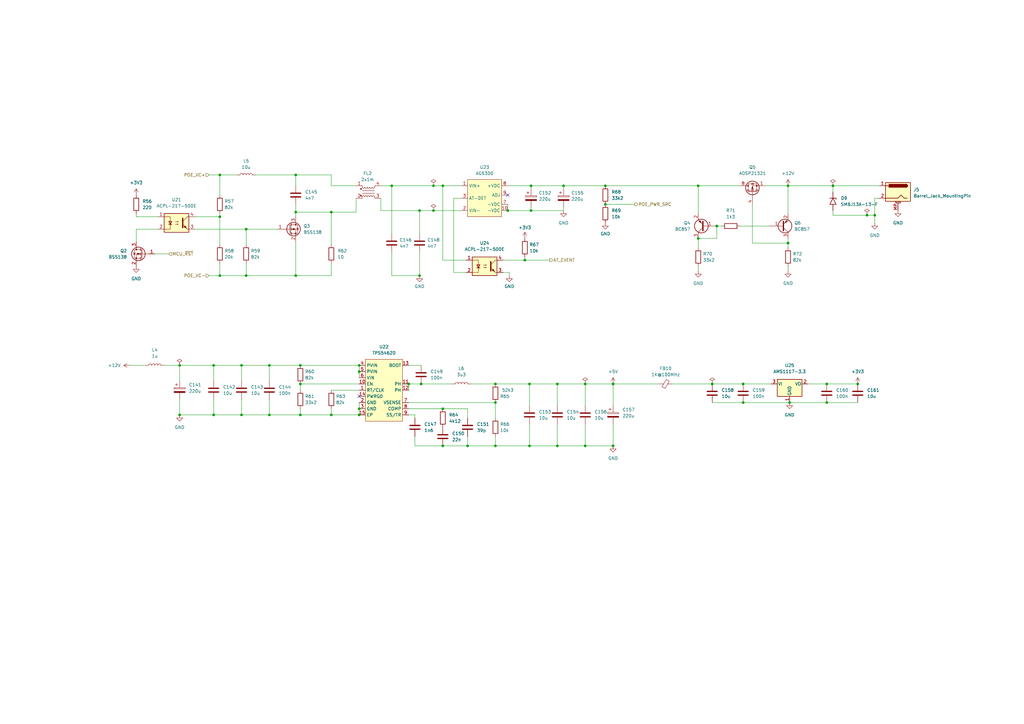
<source format=kicad_sch>
(kicad_sch (version 20211123) (generator eeschema)
  (paper "A3")
  (title_block (title "Kirdy") (date "2022-07-03") (rev "r0.1") (company "M-Labs") (comment 1 "Alex Wong Tat Hang"))
  (lib_symbols
    (symbol "Connector:Barrel_Jack_MountingPin" (pin_names hide)
      (property "Reference" "J" (at 0 5.334 0))
      (property "Value" "Barrel_Jack_MountingPin" (at 1.27 -6.35 0))
      (symbol "Barrel_Jack_MountingPin_0_1"
        (rectangle (start -5.08 3.81) (end 5.08 -3.81) (stroke (width 0.254)) (fill (type background)))
        (arc (start -3.302 3.175) (mid -3.937 2.54) (end -3.302 1.905) (stroke (width 0.254)))
        (arc (start -3.302 3.175) (mid -3.937 2.54) (end -3.302 1.905) (stroke (width 0.254)) (fill (type outline)))
        (polyline (pts (xy 5.08 2.54) (xy 3.81 2.54)) (stroke (width 0.254)))
        (polyline (pts (xy -3.81 -2.54) (xy -2.54 -2.54) (xy -1.27 -1.27) (xy 0 -2.54) (xy 2.54 -2.54) (xy 5.08 -2.54)) (stroke (width 0.254)))
        (rectangle (start 3.683 3.175) (end -3.302 1.905) (stroke (width 0.254)) (fill (type outline)))
      )
      (symbol "Barrel_Jack_MountingPin_1_1"
        (polyline (pts (xy -1.016 -4.572) (xy 1.016 -4.572)) (stroke (width 0.1524)))
        (text "Mounting" (at 0 -4.191 0) (effects (font (size 0.381 0.381))))
        (pin passive line (at 7.62 2.54 180) (length 2.54) (name "~") (number "1"))
        (pin passive line (at 7.62 -2.54 180) (length 2.54) (name "~") (number "2"))
        (pin passive line (at 0 -7.62 90) (length 3.048) (name "MountPin") (number "MP"))
      )
    )
    (symbol "Device:C" (pin_numbers hide) (pin_names (offset 0.254))
      (property "Reference" "C" (at 0.635 2.54 0))
      (property "Value" "C" (at 0.635 -2.54 0))
      (symbol "C_0_1"
        (polyline (pts (xy -2.032 -0.762) (xy 2.032 -0.762)) (stroke (width 0.508)))
        (polyline (pts (xy -2.032 0.762) (xy 2.032 0.762)) (stroke (width 0.508)))
      )
      (symbol "C_1_1"
        (pin passive line (at 0 3.81 270) (length 2.794) (name "~") (number "1"))
        (pin passive line (at 0 -3.81 90) (length 2.794) (name "~") (number "2"))
      )
    )
    (symbol "Device:C_Polarized" (pin_numbers hide) (pin_names (offset 0.254))
      (property "Reference" "C" (at 0.635 2.54 0))
      (property "Value" "C_Polarized" (at 0.635 -2.54 0))
      (symbol "C_Polarized_0_1"
        (rectangle (start -2.286 0.508) (end 2.286 1.016))
        (polyline (pts (xy -1.778 2.286) (xy -0.762 2.286)))
        (polyline (pts (xy -1.27 2.794) (xy -1.27 1.778)))
        (rectangle (start 2.286 -0.508) (end -2.286 -1.016) (fill (type outline)))
      )
      (symbol "C_Polarized_1_1"
        (pin passive line (at 0 3.81 270) (length 2.794) (name "~") (number "1"))
        (pin passive line (at 0 -3.81 90) (length 2.794) (name "~") (number "2"))
      )
    )
    (symbol "Device:FerriteBead_Small" (pin_numbers hide) (pin_names (offset 0))
      (property "Reference" "FB" (at 1.905 1.27 0))
      (property "Value" "FerriteBead_Small" (at 1.905 -1.27 0))
      (symbol "FerriteBead_Small_0_1"
        (polyline (pts (xy 0 -1.27) (xy 0 -0.7874)))
        (polyline (pts (xy 0 0.889) (xy 0 1.2954)))
        (polyline (pts (xy -1.8288 0.2794) (xy -1.1176 1.4986) (xy 1.8288 -0.2032) (xy 1.1176 -1.4224) (xy -1.8288 0.2794)))
      )
      (symbol "FerriteBead_Small_1_1"
        (pin passive line (at 0 2.54 270) (length 1.27) (name "~") (number "1"))
        (pin passive line (at 0 -2.54 90) (length 1.27) (name "~") (number "2"))
      )
    )
    (symbol "Device:Filter_EMI_LL_1423" (pin_names hide)
      (property "Reference" "FL" (at 0 4.445 0))
      (property "Value" "Filter_EMI_LL_1423" (at 0 -4.445 0))
      (symbol "Filter_EMI_LL_1423_0_1"
        (circle (center -3.048 -1.27) (radius 0.254) (fill (type outline)))
        (circle (center -3.048 1.524) (radius 0.254) (fill (type outline)))
        (arc (start -2.54 2.032) (mid -2.032 1.524) (end -1.524 2.032))
        (arc (start -1.524 -2.032) (mid -2.032 -1.524) (end -2.54 -2.032))
        (arc (start -1.524 2.032) (mid -1.016 1.524) (end -0.508 2.032))
        (arc (start -0.508 -2.032) (mid -1.016 -1.524) (end -1.524 -2.032))
        (arc (start -0.508 2.032) (mid 0 1.524) (end 0.508 2.032))
        (polyline (pts (xy -2.54 -2.032) (xy -2.54 -2.54)))
        (polyline (pts (xy -2.54 0.508) (xy 2.54 0.508)))
        (polyline (pts (xy -2.54 2.032) (xy -2.54 2.54)))
        (polyline (pts (xy 2.54 -2.032) (xy 2.54 -2.54)))
        (polyline (pts (xy 2.54 -0.508) (xy -2.54 -0.508)))
        (polyline (pts (xy 2.54 2.54) (xy 2.54 2.032)))
        (arc (start 0.508 -2.032) (mid 0 -1.524) (end -0.508 -2.032))
        (arc (start 0.508 2.032) (mid 1.016 1.524) (end 1.524 2.032))
        (arc (start 1.524 -2.032) (mid 1.016 -1.524) (end 0.508 -2.032))
        (arc (start 1.524 2.032) (mid 2.032 1.524) (end 2.54 2.032))
        (arc (start 2.54 -2.032) (mid 2.032 -1.524) (end 1.524 -2.032))
      )
      (symbol "Filter_EMI_LL_1423_1_1"
        (pin passive line (at -5.08 -2.54 0) (length 2.54) (name "1") (number "1"))
        (pin passive line (at -5.08 2.54 0) (length 2.54) (name "2") (number "2"))
        (pin passive line (at 5.08 2.54 180) (length 2.54) (name "3") (number "3"))
        (pin passive line (at 5.08 -2.54 180) (length 2.54) (name "4") (number "4"))
      )
    )
    (symbol "Device:L" (pin_numbers hide) (pin_names (offset 1.016) hide)
      (property "Reference" "L" (at -1.27 0 90))
      (property "Value" "L" (at 1.905 0 90))
      (symbol "L_0_1"
        (arc (start 0 -2.54) (mid 0.635 -1.905) (end 0 -1.27))
        (arc (start 0 -1.27) (mid 0.635 -0.635) (end 0 0))
        (arc (start 0 0) (mid 0.635 0.635) (end 0 1.27))
        (arc (start 0 1.27) (mid 0.635 1.905) (end 0 2.54))
      )
      (symbol "L_1_1"
        (pin passive line (at 0 3.81 270) (length 1.27) (name "1") (number "1"))
        (pin passive line (at 0 -3.81 90) (length 1.27) (name "2") (number "2"))
      )
    )
    (symbol "Device:R" (pin_numbers hide) (pin_names (offset 0))
      (property "Reference" "R" (at 2.032 0 90))
      (property "Value" "R" (at 0 0 90))
      (symbol "R_0_1"
        (rectangle (start -1.016 -2.54) (end 1.016 2.54) (stroke (width 0.254)))
      )
      (symbol "R_1_1"
        (pin passive line (at 0 3.81 270) (length 1.27) (name "~") (number "1"))
        (pin passive line (at 0 -3.81 90) (length 1.27) (name "~") (number "2"))
      )
    )
    (symbol "Diode:SM6T15A" (pin_numbers hide) (pin_names (offset 1.016) hide)
      (property "Reference" "D" (at 0 2.54 0))
      (property "Value" "SM6T15A" (at 0 -2.54 0))
      (symbol "SM6T15A_0_1"
        (polyline (pts (xy -0.762 1.27) (xy -1.27 1.27) (xy -1.27 -1.27)) (stroke (width 0.254)))
        (polyline (pts (xy 1.27 1.27) (xy 1.27 -1.27) (xy -1.27 0) (xy 1.27 1.27)) (stroke (width 0.254)))
      )
      (symbol "SM6T15A_1_1"
        (pin passive line (at -3.81 0 0) (length 2.54) (name "A1") (number "1"))
        (pin passive line (at 3.81 0 180) (length 2.54) (name "A2") (number "2"))
      )
    )
    (symbol "Isolator:SFH617A-2X009T"
      (property "Reference" "U" (at -3.81 5.08 0))
      (property "Value" "SFH617A-2X009T" (at 0 -5.08 0))
      (symbol "SFH617A-2X009T_1_1"
        (rectangle (start -5.08 3.81) (end 5.08 -3.81) (stroke (width 0.254)) (fill (type background)))
        (polyline (pts (xy -3.175 -0.635) (xy -1.905 -0.635)) (stroke (width 0.254)))
        (polyline (pts (xy 2.54 0.635) (xy 4.445 2.54)))
        (polyline (pts (xy 4.445 -2.54) (xy 2.54 -0.635)) (fill (type outline)))
        (polyline (pts (xy 4.445 -2.54) (xy 5.08 -2.54)))
        (polyline (pts (xy 4.445 2.54) (xy 5.08 2.54)))
        (polyline (pts (xy -5.08 2.54) (xy -2.54 2.54) (xy -2.54 -0.762)))
        (polyline (pts (xy -2.54 -0.635) (xy -2.54 -2.54) (xy -5.08 -2.54)))
        (polyline (pts (xy 2.54 1.905) (xy 2.54 -1.905) (xy 2.54 -1.905)) (stroke (width 0.508)))
        (polyline (pts (xy -2.54 -0.635) (xy -3.175 0.635) (xy -1.905 0.635) (xy -2.54 -0.635)) (stroke (width 0.254)))
        (polyline (pts (xy -0.508 -0.508) (xy 0.762 -0.508) (xy 0.381 -0.635) (xy 0.381 -0.381) (xy 0.762 -0.508)))
        (polyline (pts (xy -0.508 0.508) (xy 0.762 0.508) (xy 0.381 0.381) (xy 0.381 0.635) (xy 0.762 0.508)))
        (polyline (pts (xy 3.048 -1.651) (xy 3.556 -1.143) (xy 4.064 -2.159) (xy 3.048 -1.651) (xy 3.048 -1.651)) (fill (type outline)))
        (pin passive line (at -7.62 2.54 0) (length 2.54) (name "~") (number "1"))
        (pin passive line (at -7.62 -2.54 0) (length 2.54) (name "~") (number "2"))
        (pin passive line (at 7.62 -2.54 180) (length 2.54) (name "~") (number "3"))
        (pin passive line (at 7.62 2.54 180) (length 2.54) (name "~") (number "4"))
      )
    )
    (symbol "Regulator_Linear:AMS1117-3.3" (pin_names (offset 0.254))
      (property "Reference" "U" (at -3.81 3.175 0))
      (property "Value" "AMS1117-3.3" (at 0 3.175 0))
      (symbol "AMS1117-3.3_0_1"
        (rectangle (start -5.08 -5.08) (end 5.08 1.905) (stroke (width 0.254)) (fill (type background)))
      )
      (symbol "AMS1117-3.3_1_1"
        (pin power_in line (at 0 -7.62 90) (length 2.54) (name "GND") (number "1"))
        (pin power_out line (at 7.62 0 180) (length 2.54) (name "VO") (number "2"))
        (pin power_in line (at -7.62 0 0) (length 2.54) (name "VI") (number "3"))
      )
    )
    (symbol "Transistor_BJT:BC857" (pin_names (offset 0) hide)
      (property "Reference" "Q" (at 5.08 1.905 0))
      (property "Value" "BC857" (at 5.08 0 0))
      (symbol "BC857_0_1"
        (polyline (pts (xy 0.635 0.635) (xy 2.54 2.54)))
        (polyline (pts (xy 0.635 -0.635) (xy 2.54 -2.54) (xy 2.54 -2.54)))
        (polyline (pts (xy 0.635 1.905) (xy 0.635 -1.905) (xy 0.635 -1.905)) (stroke (width 0.508)))
        (polyline (pts (xy 2.286 -1.778) (xy 1.778 -2.286) (xy 1.27 -1.27) (xy 2.286 -1.778) (xy 2.286 -1.778)) (fill (type outline)))
        (circle (center 1.27 0) (radius 2.8194) (stroke (width 0.254)))
      )
      (symbol "BC857_1_1"
        (pin input line (at -5.08 0 0) (length 5.715) (name "B") (number "1"))
        (pin passive line (at 2.54 -5.08 90) (length 2.54) (name "E") (number "2"))
        (pin passive line (at 2.54 5.08 270) (length 2.54) (name "C") (number "3"))
      )
    )
    (symbol "Transistor_FET:BSS138" (pin_names hide)
      (property "Reference" "Q" (at 5.08 1.905 0))
      (property "Value" "BSS138" (at 5.08 0 0))
      (symbol "BSS138_0_1"
        (polyline (pts (xy 0.254 0) (xy -2.54 0)))
        (polyline (pts (xy 0.254 1.905) (xy 0.254 -1.905)) (stroke (width 0.254)))
        (polyline (pts (xy 0.762 -1.27) (xy 0.762 -2.286)) (stroke (width 0.254)))
        (polyline (pts (xy 0.762 0.508) (xy 0.762 -0.508)) (stroke (width 0.254)))
        (polyline (pts (xy 0.762 2.286) (xy 0.762 1.27)) (stroke (width 0.254)))
        (polyline (pts (xy 2.54 2.54) (xy 2.54 1.778)))
        (polyline (pts (xy 2.54 -2.54) (xy 2.54 0) (xy 0.762 0)))
        (polyline (pts (xy 0.762 -1.778) (xy 3.302 -1.778) (xy 3.302 1.778) (xy 0.762 1.778)))
        (polyline (pts (xy 1.016 0) (xy 2.032 0.381) (xy 2.032 -0.381) (xy 1.016 0)) (fill (type outline)))
        (polyline (pts (xy 2.794 0.508) (xy 2.921 0.381) (xy 3.683 0.381) (xy 3.81 0.254)))
        (polyline (pts (xy 3.302 0.381) (xy 2.921 -0.254) (xy 3.683 -0.254) (xy 3.302 0.381)))
        (circle (center 1.651 0) (radius 2.794) (stroke (width 0.254)))
        (circle (center 2.54 -1.778) (radius 0.254) (fill (type outline)))
        (circle (center 2.54 1.778) (radius 0.254) (fill (type outline)))
      )
      (symbol "BSS138_1_1"
        (pin input line (at -5.08 0 0) (length 2.54) (name "G") (number "1"))
        (pin passive line (at 2.54 -5.08 90) (length 2.54) (name "S") (number "2"))
        (pin passive line (at 2.54 5.08 270) (length 2.54) (name "D") (number "3"))
      )
    )
    (symbol "Transistor_FET:FDS9435A" (pin_names hide)
      (property "Reference" "Q" (at 5.08 1.905 0))
      (property "Value" "FDS9435A" (at 5.08 0 0))
      (symbol "FDS9435A_0_1"
        (polyline (pts (xy 0.254 0) (xy -2.54 0)))
        (polyline (pts (xy 0.254 1.905) (xy 0.254 -1.905)) (stroke (width 0.254)))
        (polyline (pts (xy 0.762 -1.27) (xy 0.762 -2.286)) (stroke (width 0.254)))
        (polyline (pts (xy 0.762 0.508) (xy 0.762 -0.508)) (stroke (width 0.254)))
        (polyline (pts (xy 0.762 2.286) (xy 0.762 1.27)) (stroke (width 0.254)))
        (polyline (pts (xy 2.54 2.54) (xy 2.54 1.778)))
        (polyline (pts (xy 2.54 -2.54) (xy 2.54 0) (xy 0.762 0)))
        (polyline (pts (xy 0.762 1.778) (xy 3.302 1.778) (xy 3.302 -1.778) (xy 0.762 -1.778)))
        (polyline (pts (xy 2.286 0) (xy 1.27 0.381) (xy 1.27 -0.381) (xy 2.286 0)) (fill (type outline)))
        (polyline (pts (xy 2.794 -0.508) (xy 2.921 -0.381) (xy 3.683 -0.381) (xy 3.81 -0.254)))
        (polyline (pts (xy 3.302 -0.381) (xy 2.921 0.254) (xy 3.683 0.254) (xy 3.302 -0.381)))
        (circle (center 1.651 0) (radius 2.794) (stroke (width 0.254)))
        (circle (center 2.54 -1.778) (radius 0.254) (fill (type outline)))
        (circle (center 2.54 1.778) (radius 0.254) (fill (type outline)))
      )
      (symbol "FDS9435A_1_1"
        (pin passive line (at 2.54 -5.08 90) (length 2.54) (name "S") (number "1"))
        (pin passive line (at 2.54 -5.08 90) (length 2.54) hide (name "S") (number "2"))
        (pin passive line (at 2.54 -5.08 90) (length 2.54) hide (name "S") (number "3"))
        (pin passive line (at -5.08 0 0) (length 2.54) (name "G") (number "4"))
        (pin passive line (at 2.54 5.08 270) (length 2.54) hide (name "D") (number "5"))
        (pin passive line (at 2.54 5.08 270) (length 2.54) hide (name "D") (number "6"))
        (pin passive line (at 2.54 5.08 270) (length 2.54) hide (name "D") (number "7"))
        (pin passive line (at 2.54 5.08 270) (length 2.54) (name "D") (number "8"))
      )
    )
    (symbol "kirdy:AG5300"
      (property "Reference" "U" (at 6.35 -6.35 0))
      (property "Value" "AG5300" (at -2.54 -6.35 0))
      (symbol "AG5300_0_0"
        (pin power_in line (at -8.89 7.62 0) (length 2.54) (name "VIN+") (number "1"))
        (pin power_out line (at 10.16 -2.54 180) (length 2.54) (name "-VDC") (number "10"))
        (pin power_in line (at -8.89 -2.54 0) (length 2.54) (name "VIN-") (number "2"))
        (pin output line (at -8.89 2.54 0) (length 2.54) (name "AT-DET") (number "3"))
        (pin no_connect line (at -0.635 5.715 90) (length 2.54) hide (name "NC") (number "4"))
        (pin no_connect line (at 0.635 5.715 90) (length 2.54) hide (name "NC") (number "5"))
        (pin no_connect line (at 1.905 5.715 90) (length 2.54) hide (name "NC") (number "6"))
        (pin passive line (at 10.16 0 180) (length 2.54) (name "-VDC") (number "7"))
        (pin power_out line (at 10.16 7.62 180) (length 2.54) (name "+VDC") (number "8"))
        (pin input line (at 10.16 3.81 180) (length 2.54) (name "ADJ") (number "9"))
      )
      (symbol "AG5300_0_1"
        (rectangle (start -6.35 10.16) (end 7.62 -5.08) (fill (type background)))
      )
    )
    (symbol "kirdy:TPS54620"
      (property "Reference" "U" (at 0 -17.78 0))
      (property "Value" "TPS54620" (at 0 -15.24 0))
      (symbol "TPS54620_0_0"
        (pin input line (at -10.16 0 0) (length 2.54) (name "RT/CLK") (number "1"))
        (pin input line (at -10.16 2.54 0) (length 2.54) (name "EN") (number "10"))
        (pin power_out line (at 10.16 2.54 180) (length 2.54) (name "PH") (number "11"))
        (pin passive line (at 10.16 0 180) (length 2.54) (name "PH") (number "12"))
        (pin input line (at 10.16 10.16 180) (length 2.54) (name "BOOT") (number "13"))
        (pin output line (at -10.16 -2.54 0) (length 2.54) (name "PWRGD") (number "14"))
        (pin power_in line (at -10.16 -10.16 0) (length 2.54) (name "EP") (number "15"))
        (pin power_in line (at -10.16 -5.08 0) (length 2.54) (name "GND") (number "2"))
        (pin power_in line (at -10.16 -7.62 0) (length 2.54) (name "GND") (number "3"))
        (pin power_in line (at -10.16 10.16 0) (length 2.54) (name "PVIN") (number "4"))
        (pin power_in line (at -10.16 7.62 0) (length 2.54) (name "PVIN") (number "5"))
        (pin power_in line (at -10.16 5.08 0) (length 2.54) (name "VIN") (number "6"))
        (pin input line (at 10.16 -5.08 180) (length 2.54) (name "VSENSE") (number "7"))
        (pin output line (at 10.16 -7.62 180) (length 2.54) (name "COMP") (number "8"))
        (pin output line (at 10.16 -10.16 180) (length 2.54) (name "SS/TR") (number "9"))
      )
      (symbol "TPS54620_0_1"
        (rectangle (start -7.62 12.7) (end 7.62 -12.7) (fill (type background)))
      )
    )
    (symbol "power:+12V" (power) (pin_names (offset 0))
      (property "Value" "+12V" (at 0 3.556 0))
      (symbol "+12V_0_1"
        (polyline (pts (xy -0.762 1.27) (xy 0 2.54)))
        (polyline (pts (xy 0 0) (xy 0 2.54)))
        (polyline (pts (xy 0 2.54) (xy 0.762 1.27)))
      )
      (symbol "+12V_1_1"
        (pin power_in line (at 0 0 90) (length 0) hide (name "+12V") (number "1"))
      )
    )
    (symbol "power:+3V3" (power) (pin_names (offset 0))
      (property "Value" "+3V3" (at 0 3.556 0))
      (symbol "+3V3_0_1"
        (polyline (pts (xy -0.762 1.27) (xy 0 2.54)))
        (polyline (pts (xy 0 0) (xy 0 2.54)))
        (polyline (pts (xy 0 2.54) (xy 0.762 1.27)))
      )
      (symbol "+3V3_1_1"
        (pin power_in line (at 0 0 90) (length 0) hide (name "+3V3") (number "1"))
      )
    )
    (symbol "power:+5V" (power) (pin_names (offset 0))
      (property "Value" "+5V" (at 0 3.556 0))
      (symbol "+5V_0_1"
        (polyline (pts (xy -0.762 1.27) (xy 0 2.54)))
        (polyline (pts (xy 0 0) (xy 0 2.54)))
        (polyline (pts (xy 0 2.54) (xy 0.762 1.27)))
      )
      (symbol "+5V_1_1"
        (pin power_in line (at 0 0 90) (length 0) hide (name "+5V") (number "1"))
      )
    )
    (symbol "power:GND" (power) (pin_names (offset 0))
      (property "Value" "GND" (at 0 -3.81 0))
      (symbol "GND_0_1"
        (polyline (pts (xy 0 0) (xy 0 -1.27) (xy 1.27 -1.27) (xy 0 -2.54) (xy -1.27 -1.27) (xy 0 -1.27)))
      )
      (symbol "GND_1_1"
        (pin power_in line (at 0 0 270) (length 0) hide (name "GND") (number "1"))
      )
    )
    (symbol "power:PWR_FLAG" (power) (pin_numbers hide) (pin_names (offset 0) hide)
      (property "Value" "PWR_FLAG" (at 0 3.81 0))
      (symbol "PWR_FLAG_0_0"
        (pin power_out line (at 0 0 90) (length 0) (name "pwr") (number "1"))
      )
      (symbol "PWR_FLAG_0_1"
        (polyline (pts (xy 0 0) (xy 0 1.27) (xy -1.016 1.905) (xy 0 2.54) (xy 1.016 1.905) (xy 0 1.27)))
      )
    )
  )
  (junction (at 87.63 149.86))
  (junction (at 351.79 157.48))
  (junction (at 323.215 99.695))
  (junction (at 181.61 182.88))
  (junction (at 147.32 167.64))
  (junction (at 100.965 93.98))
  (junction (at 251.46 182.88))
  (junction (at 181.61 167.64))
  (junction (at 121.285 86.995))
  (junction (at 304.8 165.1))
  (junction (at 228.6 157.48))
  (junction (at 203.2 157.48))
  (junction (at 90.17 113.03))
  (junction (at 135.89 86.995))
  (junction (at 294.005 92.71))
  (junction (at 251.46 157.48))
  (junction (at 110.49 170.18))
  (junction (at 167.64 157.48))
  (junction (at 172.085 113.03))
  (junction (at 135.89 170.18))
  (junction (at 73.66 170.18))
  (junction (at 248.285 83.82))
  (junction (at 177.8 86.36))
  (junction (at 358.775 88.265))
  (junction (at 90.17 88.9))
  (junction (at 240.03 182.88))
  (junction (at 147.32 149.86))
  (junction (at 203.2 182.88))
  (junction (at 323.85 165.1))
  (junction (at 121.285 113.03))
  (junction (at 240.03 157.48))
  (junction (at 110.49 149.86))
  (junction (at 339.09 165.1))
  (junction (at 181.61 76.2))
  (junction (at 160.655 76.2))
  (junction (at 121.285 71.755))
  (junction (at 123.19 170.18))
  (junction (at 304.8 157.48))
  (junction (at 339.09 157.48))
  (junction (at 203.2 165.1))
  (junction (at 248.285 76.2))
  (junction (at 217.17 182.88))
  (junction (at 286.385 76.2))
  (junction (at 177.8 76.2))
  (junction (at 292.1 157.48))
  (junction (at 217.17 157.48))
  (junction (at 217.805 76.2))
  (junction (at 87.63 170.18))
  (junction (at 231.14 76.2))
  (junction (at 217.805 86.36))
  (junction (at 123.19 149.86))
  (junction (at 73.66 149.86))
  (junction (at 341.63 76.2))
  (junction (at 90.17 71.755))
  (junction (at 99.06 170.18))
  (junction (at 215.265 106.68))
  (junction (at 100.965 113.03))
  (junction (at 286.385 97.79))
  (junction (at 147.32 152.4))
  (junction (at 228.6 182.88))
  (junction (at 355.6 88.265))
  (junction (at 191.77 182.88))
  (junction (at 99.06 149.86))
  (junction (at 172.085 86.36))
  (junction (at 323.215 76.2))
  (junction (at 123.19 157.48))
  (junction (at 147.32 170.18))
  (junction (at 172.72 157.48))
  (junction (at 208.28 86.36))
  (no_connect (at 208.28 80.01))
  (no_connect (at 147.32 162.56))
  (wire (pts (xy 104.775 71.755) (xy 121.285 71.755)))
  (wire (pts (xy 121.285 86.995) (xy 121.285 88.9)))
  (wire (pts (xy 135.89 167.64) (xy 135.89 170.18)))
  (wire (pts (xy 146.05 76.2) (xy 135.89 76.2)))
  (wire (pts (xy 87.63 149.86) (xy 99.06 149.86)))
  (wire (pts (xy 147.32 165.1) (xy 147.32 167.64)))
  (wire (pts (xy 217.805 85.09) (xy 217.805 86.36)))
  (wire (pts (xy 80.01 93.98) (xy 100.965 93.98)))
  (wire (pts (xy 217.805 86.36) (xy 231.14 86.36)))
  (wire (pts (xy 110.49 149.86) (xy 123.19 149.86)))
  (wire (pts (xy 63.5 104.14) (xy 69.215 104.14)))
  (wire (pts (xy 160.655 113.03) (xy 172.085 113.03)))
  (wire (pts (xy 135.89 86.995) (xy 135.89 100.33)))
  (wire (pts (xy 99.06 163.83) (xy 99.06 170.18)))
  (wire (pts (xy 146.05 81.28) (xy 146.05 86.995)))
  (wire (pts (xy 208.28 83.82) (xy 208.28 86.36)))
  (wire (pts (xy 172.085 103.505) (xy 172.085 113.03)))
  (wire (pts (xy 135.89 160.02) (xy 147.32 160.02)))
  (wire (pts (xy 228.6 182.88) (xy 240.03 182.88)))
  (wire (pts (xy 341.63 76.2) (xy 360.68 76.2)))
  (wire (pts (xy 99.06 170.18) (xy 110.49 170.18)))
  (wire (pts (xy 110.49 170.18) (xy 123.19 170.18)))
  (wire (pts (xy 156.21 86.36) (xy 172.085 86.36)))
  (wire (pts (xy 292.1 165.1) (xy 304.8 165.1)))
  (wire (pts (xy 170.18 179.07) (xy 170.18 182.88)))
  (wire (pts (xy 203.2 182.88) (xy 203.2 179.07)))
  (wire (pts (xy 181.61 167.64) (xy 191.77 167.64)))
  (wire (pts (xy 217.17 157.48) (xy 217.17 166.37)))
  (wire (pts (xy 53.34 149.86) (xy 59.69 149.86)))
  (wire (pts (xy 313.69 76.2) (xy 323.215 76.2)))
  (wire (pts (xy 177.8 76.2) (xy 181.61 76.2)))
  (wire (pts (xy 231.14 76.2) (xy 248.285 76.2)))
  (wire (pts (xy 147.32 149.86) (xy 147.32 152.4)))
  (wire (pts (xy 85.725 113.03) (xy 90.17 113.03)))
  (wire (pts (xy 80.01 88.9) (xy 90.17 88.9)))
  (wire (pts (xy 167.64 149.86) (xy 172.72 149.86)))
  (wire (pts (xy 123.19 157.48) (xy 123.19 160.02)))
  (wire (pts (xy 208.28 86.36) (xy 217.805 86.36)))
  (wire (pts (xy 100.965 113.03) (xy 100.965 107.95)))
  (wire (pts (xy 123.19 167.64) (xy 123.19 170.18)))
  (wire (pts (xy 73.66 163.83) (xy 73.66 170.18)))
  (wire (pts (xy 240.03 157.48) (xy 240.03 166.37)))
  (wire (pts (xy 251.46 182.88) (xy 251.46 173.99)))
  (wire (pts (xy 121.285 86.995) (xy 135.89 86.995)))
  (wire (pts (xy 304.8 157.48) (xy 316.23 157.48)))
  (wire (pts (xy 251.46 157.48) (xy 270.51 157.48)))
  (wire (pts (xy 99.06 149.86) (xy 110.49 149.86)))
  (wire (pts (xy 177.8 86.36) (xy 189.23 86.36)))
  (wire (pts (xy 135.89 71.755) (xy 121.285 71.755)))
  (wire (pts (xy 167.64 165.1) (xy 203.2 165.1)))
  (wire (pts (xy 90.17 80.01) (xy 90.17 71.755)))
  (wire (pts (xy 251.46 157.48) (xy 251.46 166.37)))
  (wire (pts (xy 323.215 76.2) (xy 323.215 87.63)))
  (wire (pts (xy 123.19 157.48) (xy 147.32 157.48)))
  (wire (pts (xy 135.89 113.03) (xy 121.285 113.03)))
  (wire (pts (xy 358.775 81.28) (xy 360.68 81.28)))
  (wire (pts (xy 341.63 86.36) (xy 341.63 88.265)))
  (wire (pts (xy 87.63 170.18) (xy 99.06 170.18)))
  (wire (pts (xy 215.265 106.68) (xy 225.425 106.68)))
  (wire (pts (xy 135.89 170.18) (xy 147.32 170.18)))
  (wire (pts (xy 90.17 113.03) (xy 100.965 113.03)))
  (wire (pts (xy 339.09 157.48) (xy 351.79 157.48)))
  (wire (pts (xy 135.89 107.95) (xy 135.89 113.03)))
  (wire (pts (xy 231.14 76.2) (xy 231.14 77.47)))
  (wire (pts (xy 123.19 149.86) (xy 147.32 149.86)))
  (wire (pts (xy 248.285 76.2) (xy 286.385 76.2)))
  (wire (pts (xy 156.21 81.28) (xy 156.21 86.36)))
  (wire (pts (xy 55.88 93.98) (xy 64.77 93.98)))
  (wire (pts (xy 73.66 156.21) (xy 73.66 149.86)))
  (wire (pts (xy 206.375 111.76) (xy 208.915 111.76)))
  (wire (pts (xy 181.61 76.2) (xy 181.61 106.68)))
  (wire (pts (xy 121.285 113.03) (xy 100.965 113.03)))
  (wire (pts (xy 217.17 157.48) (xy 228.6 157.48)))
  (wire (pts (xy 90.17 87.63) (xy 90.17 88.9)))
  (wire (pts (xy 90.17 71.755) (xy 97.155 71.755)))
  (wire (pts (xy 172.085 86.36) (xy 172.085 95.885)))
  (wire (pts (xy 355.6 88.265) (xy 358.775 88.265)))
  (wire (pts (xy 208.915 111.76) (xy 208.915 113.03)))
  (wire (pts (xy 55.88 99.06) (xy 55.88 93.98)))
  (wire (pts (xy 203.2 157.48) (xy 217.17 157.48)))
  (wire (pts (xy 331.47 157.48) (xy 339.09 157.48)))
  (wire (pts (xy 123.19 170.18) (xy 135.89 170.18)))
  (wire (pts (xy 170.18 182.88) (xy 181.61 182.88)))
  (wire (pts (xy 323.215 76.2) (xy 341.63 76.2)))
  (wire (pts (xy 341.63 76.2) (xy 341.63 78.74)))
  (wire (pts (xy 191.77 182.88) (xy 203.2 182.88)))
  (wire (pts (xy 172.72 157.48) (xy 185.42 157.48)))
  (wire (pts (xy 121.285 71.755) (xy 121.285 76.2)))
  (wire (pts (xy 206.375 106.68) (xy 215.265 106.68)))
  (wire (pts (xy 186.055 111.76) (xy 191.135 111.76)))
  (wire (pts (xy 90.17 88.9) (xy 90.17 100.33)))
  (wire (pts (xy 110.49 163.83) (xy 110.49 170.18)))
  (wire (pts (xy 294.005 92.71) (xy 295.91 92.71)))
  (wire (pts (xy 100.965 93.98) (xy 113.665 93.98)))
  (wire (pts (xy 55.88 87.63) (xy 55.88 88.9)))
  (wire (pts (xy 203.2 182.88) (xy 217.17 182.88)))
  (wire (pts (xy 341.63 88.265) (xy 355.6 88.265)))
  (wire (pts (xy 286.385 97.79) (xy 286.385 101.6)))
  (wire (pts (xy 286.385 76.2) (xy 286.385 87.63)))
  (wire (pts (xy 100.965 93.98) (xy 100.965 100.33)))
  (wire (pts (xy 228.6 157.48) (xy 240.03 157.48)))
  (wire (pts (xy 181.61 76.2) (xy 189.23 76.2)))
  (wire (pts (xy 90.17 107.95) (xy 90.17 113.03)))
  (wire (pts (xy 215.265 105.41) (xy 215.265 106.68)))
  (wire (pts (xy 73.66 149.86) (xy 87.63 149.86)))
  (wire (pts (xy 308.61 83.82) (xy 308.61 99.695)))
  (wire (pts (xy 231.14 86.36) (xy 231.14 85.09)))
  (wire (pts (xy 217.805 76.2) (xy 217.805 77.47)))
  (wire (pts (xy 160.655 103.505) (xy 160.655 113.03)))
  (wire (pts (xy 147.32 167.64) (xy 147.32 170.18)))
  (wire (pts (xy 275.59 157.48) (xy 292.1 157.48)))
  (wire (pts (xy 358.775 88.265) (xy 358.775 81.28)))
  (wire (pts (xy 323.215 109.22) (xy 323.215 111.125)))
  (wire (pts (xy 286.385 109.22) (xy 286.385 111.125)))
  (wire (pts (xy 87.63 149.86) (xy 87.63 156.21)))
  (wire (pts (xy 304.8 165.1) (xy 323.85 165.1)))
  (wire (pts (xy 203.2 171.45) (xy 203.2 165.1)))
  (wire (pts (xy 167.64 157.48) (xy 172.72 157.48)))
  (wire (pts (xy 147.32 152.4) (xy 147.32 154.94)))
  (wire (pts (xy 121.285 99.06) (xy 121.285 113.03)))
  (wire (pts (xy 170.18 170.18) (xy 170.18 171.45)))
  (wire (pts (xy 193.04 157.48) (xy 203.2 157.48)))
  (wire (pts (xy 286.385 97.79) (xy 294.005 97.79)))
  (wire (pts (xy 189.23 81.28) (xy 186.055 81.28)))
  (wire (pts (xy 146.05 86.995) (xy 135.89 86.995)))
  (wire (pts (xy 248.285 83.82) (xy 260.35 83.82)))
  (wire (pts (xy 172.085 86.36) (xy 177.8 86.36)))
  (wire (pts (xy 228.6 157.48) (xy 228.6 166.37)))
  (wire (pts (xy 87.63 163.83) (xy 87.63 170.18)))
  (wire (pts (xy 191.77 182.88) (xy 191.77 179.07)))
  (wire (pts (xy 294.005 97.79) (xy 294.005 92.71)))
  (wire (pts (xy 181.61 106.68) (xy 191.135 106.68)))
  (wire (pts (xy 240.03 173.99) (xy 240.03 182.88)))
  (wire (pts (xy 121.285 83.82) (xy 121.285 86.995)))
  (wire (pts (xy 217.17 173.99) (xy 217.17 182.88)))
  (wire (pts (xy 167.64 170.18) (xy 170.18 170.18)))
  (wire (pts (xy 217.805 76.2) (xy 231.14 76.2)))
  (wire (pts (xy 181.61 182.88) (xy 191.77 182.88)))
  (wire (pts (xy 186.055 81.28) (xy 186.055 111.76)))
  (wire (pts (xy 73.66 170.18) (xy 87.63 170.18)))
  (wire (pts (xy 135.89 76.2) (xy 135.89 71.755)))
  (wire (pts (xy 67.31 149.86) (xy 73.66 149.86)))
  (wire (pts (xy 286.385 76.2) (xy 303.53 76.2)))
  (wire (pts (xy 228.6 173.99) (xy 228.6 182.88)))
  (wire (pts (xy 110.49 149.86) (xy 110.49 156.21)))
  (wire (pts (xy 191.77 167.64) (xy 191.77 171.45)))
  (wire (pts (xy 240.03 182.88) (xy 251.46 182.88)))
  (wire (pts (xy 160.655 76.2) (xy 177.8 76.2)))
  (wire (pts (xy 323.215 99.695) (xy 323.215 101.6)))
  (wire (pts (xy 308.61 99.695) (xy 323.215 99.695)))
  (wire (pts (xy 339.09 165.1) (xy 351.79 165.1)))
  (wire (pts (xy 167.64 167.64) (xy 181.61 167.64)))
  (wire (pts (xy 292.1 157.48) (xy 304.8 157.48)))
  (wire (pts (xy 303.53 92.71) (xy 315.595 92.71)))
  (wire (pts (xy 99.06 156.21) (xy 99.06 149.86)))
  (wire (pts (xy 167.64 157.48) (xy 167.64 160.02)))
  (wire (pts (xy 85.725 71.755) (xy 90.17 71.755)))
  (wire (pts (xy 156.21 76.2) (xy 160.655 76.2)))
  (wire (pts (xy 55.88 88.9) (xy 64.77 88.9)))
  (wire (pts (xy 160.655 76.2) (xy 160.655 95.885)))
  (wire (pts (xy 323.215 97.79) (xy 323.215 99.695)))
  (wire (pts (xy 240.03 157.48) (xy 251.46 157.48)))
  (wire (pts (xy 217.17 182.88) (xy 228.6 182.88)))
  (wire (pts (xy 358.775 91.44) (xy 358.775 88.265)))
  (wire (pts (xy 208.28 76.2) (xy 217.805 76.2)))
  (wire (pts (xy 323.85 165.1) (xy 339.09 165.1)))
  (hierarchical_label "POE_PWR_SRC" (shape output) (at 260.35 83.82 0))
  (hierarchical_label "POE_VC+" (shape input) (at 85.725 71.755 180))
  (hierarchical_label "AT_EVENT" (shape output) (at 225.425 106.68 0))
  (hierarchical_label "POE_VC-" (shape input) (at 85.725 113.03 180))
  (hierarchical_label "MCU_~{RST}" (shape input) (at 69.215 104.14 0))
  (symbol (lib_id "Device:L") (at 189.23 157.48 90) (unit 1)
    (property "Reference" "L6" (at 189.23 151.13 90))
    (property "Value" "3u3" (at 189.23 153.67 90))
    (property "Footprint" "Inductor_SMD:L_Wuerth_MAPI-4020" (effects hide))
    (property "MFR_PN" "74438356033" (effects hide))
  )
  (symbol (lib_id "Transistor_FET:BSS138") (at 118.745 93.98 0) (unit 1)
    (property "Reference" "Q3" (at 124.46 92.7099 0) (effects (justify left)))
    (property "Value" "BSS138" (at 124.46 95.2499 0) (effects (justify left)))
    (property "Footprint" "Package_TO_SOT_SMD:SOT-23" (effects hide))
    (property "Datasheet" "https://www.onsemi.com/pub/Collateral/BSS138-D.PDF" (effects hide))
    (property "MFR_PN" "BSS138W-TP" (effects hide))
    (property "MFR_PN_ALT" "BSS138W-7-F" (effects hide))
  )
  (symbol (lib_id "Device:R") (at 90.17 104.14 0) (unit 1)
    (property "Reference" "R58" (at 92.075 102.8699 0) (effects (justify left)))
    (property "Value" "20k" (at 92.075 105.4099 0) (effects (justify left)))
    (property "Footprint" "Resistor_SMD:R_0603_1608Metric" (effects hide))
    (property "MFR_PN" "RMCF0603FT20K0" (effects hide))
    (property "MFR_PN_ALT" "RC0603FR-0720KL" (effects hide))
  )
  (symbol (lib_id "Device:L") (at 100.965 71.755 90) (unit 1)
    (property "Reference" "L5" (at 100.965 66.04 90))
    (property "Value" "10u" (at 100.965 68.58 90))
    (property "Footprint" "Inductor_SMD:L_Wuerth_WE-PD-Typ-LS" (effects hide))
    (property "MFR_PN" "74477110" (effects hide))
  )
  (symbol (lib_id "Device:C") (at 170.18 175.26 0) (unit 1)
    (property "Reference" "C147" (at 173.99 173.9899 0) (effects (justify left)))
    (property "Value" "1n6" (at 173.99 176.5299 0) (effects (justify left)))
    (property "Footprint" "Capacitor_SMD:C_0603_1608Metric" (effects hide))
    (property "MFR_PN" "GCM1885C1H162FA16D" (effects hide))
    (property "MFR_PN_ALT" "C0603C162J5GAC7867" (effects hide))
  )
  (symbol (lib_id "Isolator:SFH617A-2X009T") (at 72.39 91.44 0) (unit 1)
    (property "Reference" "U21" (at 72.39 81.915 0))
    (property "Value" "ACPL-217-500E" (at 72.39 84.455 0))
    (property "Footprint" "Package_DIP:SMDIP-4_W7.62mm" (effects hide))
    (property "Datasheet" "http://www.vishay.com/docs/83740/sfh617a.pdf" (effects hide))
    (property "MFR_PN" "EL3H7(C)(TA)-VG" (effects hide))
  )
  (symbol (lib_id "Device:C") (at 121.285 80.01 0) (unit 1)
    (property "Reference" "C145" (at 125.095 78.7399 0) (effects (justify left)))
    (property "Value" "4n7" (at 125.095 81.2799 0) (effects (justify left)))
    (property "Footprint" "Capacitor_SMD:C_1206_3216Metric" (effects hide))
    (property "MFR_PN" "12067C472KAT2A" (effects hide))
    (property "MFR_PN_ALT" "1206B472K501NT" (effects hide))
  )
  (symbol (lib_id "Device:C") (at 240.03 170.18 0) (unit 1)
    (property "Reference" "C156" (at 243.84 168.9099 0) (effects (justify left)))
    (property "Value" "10u" (at 243.84 171.4499 0) (effects (justify left)))
    (property "Footprint" "Capacitor_SMD:C_0805_2012Metric" (effects hide))
    (property "MFR_PN" "CL21B106KOQNNNG" (effects hide))
    (property "MFR_PN_ALT" "CL21B106KOQNNNE" (effects hide))
  )
  (symbol (lib_id "Device:R") (at 100.965 104.14 0) (unit 1)
    (property "Reference" "R59" (at 102.87 102.8699 0) (effects (justify left)))
    (property "Value" "82k" (at 102.87 105.4099 0) (effects (justify left)))
    (property "Footprint" "Resistor_SMD:R_0603_1608Metric" (effects hide))
    (property "MFR_PN" "CRGCQ0603F82K" (effects hide))
    (property "MFR_PN_ALT" "RMCF0603FT82K0" (effects hide))
  )
  (symbol (lib_id "power:GND") (at 172.085 113.03 0) (unit 1)
    (property "Reference" "#PWR0129" (effects hide))
    (property "Value" "GND" (at 172.085 117.475 0))
  )
  (symbol (lib_id "Device:C") (at 160.655 99.695 0) (unit 1)
    (property "Reference" "C146" (at 163.83 98.4249 0) (effects (justify left)))
    (property "Value" "4n7" (at 163.83 100.9649 0) (effects (justify left)))
    (property "Footprint" "Capacitor_SMD:C_1206_3216Metric" (effects hide))
    (property "MFR_PN" "12067C472KAT2A" (effects hide))
    (property "MFR_PN_ALT" "1206B472K501NT" (effects hide))
  )
  (symbol (lib_id "power:GND") (at 358.775 91.44 0) (unit 1)
    (property "Reference" "#PWR0140" (effects hide))
    (property "Value" "GND" (at 358.775 96.52 0))
  )
  (symbol (lib_id "power:GND") (at 323.215 111.125 0) (unit 1)
    (property "Reference" "#PWR0137" (effects hide))
    (property "Value" "GND" (at 323.215 116.205 0))
  )
  (symbol (lib_id "power:GND") (at 208.915 113.03 0) (unit 1)
    (property "Reference" "#PWR0130" (effects hide))
    (property "Value" "GND" (at 208.915 117.475 0))
  )
  (symbol (lib_id "Device:R") (at 181.61 171.45 0) (unit 1)
    (property "Reference" "R64" (at 184.15 170.1799 0) (effects (justify left)))
    (property "Value" "4k12" (at 184.15 172.7199 0) (effects (justify left)))
    (property "Footprint" "Resistor_SMD:R_0603_1608Metric" (effects hide))
    (property "MFR_PN" "RMCF0603FT4K12" (effects hide))
    (property "MFR_PN_ALT" "RC0603FR-074K12L" (effects hide))
  )
  (symbol (lib_id "Device:C") (at 292.1 161.29 0) (unit 1)
    (property "Reference" "C158" (at 295.91 160.0199 0) (effects (justify left)))
    (property "Value" "10u" (at 295.91 162.5599 0) (effects (justify left)))
    (property "Footprint" "Capacitor_SMD:C_0805_2012Metric" (effects hide))
    (property "MFR_PN" "CL21B106KOQNNNG" (effects hide))
    (property "MFR_PN_ALT" "CL21B106KOQNNNE" (effects hide))
  )
  (symbol (lib_id "Device:C") (at 339.09 161.29 0) (unit 1)
    (property "Reference" "C160" (at 342.9 160.0199 0) (effects (justify left)))
    (property "Value" "100n" (at 342.9 162.5599 0) (effects (justify left)))
    (property "Footprint" "Capacitor_SMD:C_0603_1608Metric" (effects hide))
    (property "MFR_PN" "CL10B104KB8NNWC" (effects hide))
    (property "MFR_PN_ALT" "CL10B104KB8NNNL" (effects hide))
  )
  (symbol (lib_id "power:+12V") (at 323.215 76.2 0) (unit 1)
    (property "Reference" "#PWR0136" (effects hide))
    (property "Value" "+12V" (at 323.215 71.12 0))
  )
  (symbol (lib_id "power:PWR_FLAG") (at 292.1 157.48 0) (unit 1)
    (property "Reference" "#FLG0111" (effects hide))
    (property "Value" "PWR_FLAG" (effects hide))
  )
  (symbol (lib_id "power:GND") (at 286.385 111.125 0) (unit 1)
    (property "Reference" "#PWR0135" (effects hide))
    (property "Value" "GND" (at 286.385 116.205 0))
  )
  (symbol (lib_id "Device:C") (at 87.63 160.02 0) (unit 1)
    (property "Reference" "C142" (at 91.44 158.7499 0) (effects (justify left)))
    (property "Value" "10u" (at 91.44 161.2899 0) (effects (justify left)))
    (property "Footprint" "Capacitor_SMD:C_0805_2012Metric" (effects hide))
    (property "MFR_PN" "CL21B106KOQNNNG" (effects hide))
    (property "MFR_PN_ALT" "CL21B106KOQNNNE" (effects hide))
  )
  (symbol (lib_id "Device:R") (at 123.19 153.67 0) (unit 1)
    (property "Reference" "R60" (at 125.095 152.3999 0) (effects (justify left)))
    (property "Value" "82k" (at 125.095 154.9399 0) (effects (justify left)))
    (property "Footprint" "Resistor_SMD:R_0603_1608Metric" (effects hide))
    (property "MFR_PN" "CRGCQ0603F82K" (effects hide))
    (property "MFR_PN_ALT" "RMCF0603FT82K0" (effects hide))
  )
  (symbol (lib_id "Device:C_Polarized") (at 251.46 170.18 0) (unit 1)
    (property "Reference" "C157" (at 255.27 168.0209 0) (effects (justify left)))
    (property "Value" "220u" (at 255.27 170.5609 0) (effects (justify left)))
    (property "Footprint" "Capacitor_Tantalum_SMD:CP_EIA-7343-15_Kemet-W" (effects hide))
    (property "MFR_PN" "T491D227K016AT" (effects hide))
    (property "MFR_PN_ALT" "293D227X9016E2TE3" (effects hide))
  )
  (symbol (lib_id "Device:C") (at 172.72 153.67 0) (unit 1)
    (property "Reference" "C149" (at 176.53 152.3999 0) (effects (justify left)))
    (property "Value" "100n" (at 176.53 154.9399 0) (effects (justify left)))
    (property "Footprint" "Capacitor_SMD:C_0603_1608Metric" (effects hide))
    (property "MFR_PN" "CL10B104KB8NNWC" (effects hide))
    (property "MFR_PN_ALT" "CL10B104KB8NNNL" (effects hide))
  )
  (symbol (lib_id "Diode:SM6T15A") (at 341.63 82.55 270) (unit 1)
    (property "Reference" "D9" (at 344.805 81.2799 90) (effects (justify left)))
    (property "Value" "SMBJ13A-13-F" (at 344.805 83.8199 90) (effects (justify left)))
    (property "Footprint" "Diode_SMD:D_SMB" (effects hide))
    (property "Datasheet" "https://www.st.com/resource/en/datasheet/sm6t.pdf" (effects hide))
    (property "MFR_PN" "SMBJ13A-13-F" (effects hide))
    (property "MFR_PN_ALT" "P6SMB16A" (effects hide))
  )
  (symbol (lib_id "Device:C") (at 228.6 170.18 0) (unit 1)
    (property "Reference" "C154" (at 232.41 168.9099 0) (effects (justify left)))
    (property "Value" "10u" (at 232.41 171.4499 0) (effects (justify left)))
    (property "Footprint" "Capacitor_SMD:C_0805_2012Metric" (effects hide))
    (property "MFR_PN" "CL21B106KOQNNNG" (effects hide))
    (property "MFR_PN_ALT" "CL21B106KOQNNNE" (effects hide))
  )
  (symbol (lib_id "Device:R") (at 203.2 161.29 180) (unit 1)
    (property "Reference" "R65" (at 207.01 162.56 0))
    (property "Value" "52k3" (at 208.28 160.02 0))
    (property "Footprint" "Resistor_SMD:R_0603_1608Metric" (effects hide))
    (property "MFR_PN" "CR0603-FX-5232ELF" (effects hide))
    (property "MFR_PN_ALT" "ERJ-3EKF5232V" (effects hide))
  )
  (symbol (lib_id "Device:C") (at 191.77 175.26 0) (unit 1)
    (property "Reference" "C151" (at 195.58 173.9899 0) (effects (justify left)))
    (property "Value" "39p" (at 195.58 176.5299 0) (effects (justify left)))
    (property "Footprint" "Capacitor_SMD:C_0603_1608Metric" (effects hide))
    (property "MFR_PN" "0603N390J500CT" (effects hide))
    (property "MFR_PN_ALT" "CML0603C0G390JT50V" (effects hide))
  )
  (symbol (lib_id "power:+3V3") (at 55.88 80.01 0) (unit 1)
    (property "Reference" "#PWR0126" (effects hide))
    (property "Value" "+3V3" (at 55.88 74.93 0))
  )
  (symbol (lib_id "Device:R") (at 248.285 80.01 0) (unit 1)
    (property "Reference" "R68" (at 250.825 78.7399 0) (effects (justify left)))
    (property "Value" "33k2" (at 250.825 81.2799 0) (effects (justify left)))
    (property "Footprint" "Resistor_SMD:R_0603_1608Metric" (effects hide))
    (property "MFR_PN" "CR0603-FX-3322ELF" (effects hide))
    (property "MFR_PN_ALT" "RC0603FR-0733K2L" (effects hide))
  )
  (symbol (lib_id "kirdy:AG5300") (at 198.12 83.82 0) (unit 1)
    (property "Reference" "U23" (at 198.755 68.58 0))
    (property "Value" "AG5300" (at 198.755 71.12 0))
    (property "Footprint" "kirdy:AG5300" (effects hide))
    (property "Datasheet" "https://silvertel.com/images/datasheets/Ag5300-datasheet-smallest-30W-Power-Over-Ethernet-Plus-Module-PoEplusPD.pdf" (effects hide))
    (property "MFR_PN" "AG5300" (effects hide))
  )
  (symbol (lib_id "power:GND") (at 73.66 170.18 0) (unit 1)
    (property "Reference" "#PWR0128" (effects hide))
    (property "Value" "GND" (at 73.66 175.26 0))
  )
  (symbol (lib_id "power:PWR_FLAG") (at 177.8 76.2 0) (unit 1)
    (property "Reference" "#FLG0115" (effects hide))
    (property "Value" "PWR_FLAG" (effects hide))
  )
  (symbol (lib_id "power:GND") (at 55.88 109.22 0) (unit 1)
    (property "Reference" "#PWR0127" (effects hide))
    (property "Value" "GND" (at 55.88 114.3 0))
  )
  (symbol (lib_id "Device:R") (at 299.72 92.71 90) (unit 1)
    (property "Reference" "R71" (at 299.72 86.36 90))
    (property "Value" "1k3" (at 299.72 88.9 90))
    (property "Footprint" "Resistor_SMD:R_0603_1608Metric" (effects hide))
    (property "MFR_PN" "RC0603FR-071K3L" (effects hide))
    (property "MFR_PN_ALT" "CRCW06031K30FKEAC" (effects hide))
  )
  (symbol (lib_id "Device:C_Polarized") (at 231.14 81.28 0) (unit 1)
    (property "Reference" "C155" (at 234.315 79.1209 0) (effects (justify left)))
    (property "Value" "220u" (at 234.315 81.6609 0) (effects (justify left)))
    (property "Footprint" "Capacitor_Tantalum_SMD:CP_EIA-7343-15_Kemet-W" (effects hide))
    (property "MFR_PN" "T491D227K016AT" (effects hide))
    (property "MFR_PN_ALT" "293D227X9016E2TE3" (effects hide))
  )
  (symbol (lib_id "power:+5V") (at 251.46 157.48 0) (unit 1)
    (property "Reference" "#PWR0133" (effects hide))
    (property "Value" "+5V" (at 251.46 152.4 0))
  )
  (symbol (lib_id "Device:R") (at 286.385 105.41 0) (unit 1)
    (property "Reference" "R70" (at 288.29 104.1399 0) (effects (justify left)))
    (property "Value" "33k2" (at 288.29 106.6799 0) (effects (justify left)))
    (property "Footprint" "Resistor_SMD:R_0603_1608Metric" (effects hide))
    (property "MFR_PN" "CR0603-FX-3322ELF" (effects hide))
    (property "MFR_PN_ALT" "RC0603FR-0733K2L" (effects hide))
  )
  (symbol (lib_id "Device:R") (at 55.88 83.82 0) (unit 1)
    (property "Reference" "R56" (at 58.42 82.5499 0) (effects (justify left)))
    (property "Value" "220" (at 58.42 85.0899 0) (effects (justify left)))
    (property "Footprint" "Resistor_SMD:R_0603_1608Metric" (effects hide))
    (property "MFR_PN" "WR06X2200FTL" (effects hide))
    (property "MFR_PN_ALT" "CRGCQ0603F220R" (effects hide))
  )
  (symbol (lib_id "Transistor_FET:BSS138") (at 58.42 104.14 0) (mirror y) (unit 1)
    (property "Reference" "Q2" (at 52.07 102.8699 0) (effects (justify left)))
    (property "Value" "BSS138" (at 52.07 105.4099 0) (effects (justify left)))
    (property "Footprint" "Package_TO_SOT_SMD:SOT-23" (effects hide))
    (property "Datasheet" "https://www.onsemi.com/pub/Collateral/BSS138-D.PDF" (effects hide))
    (property "MFR_PN" "BSS138W-TP" (effects hide))
    (property "MFR_PN_ALT" "BSS138W-7-F" (effects hide))
  )
  (symbol (lib_id "power:PWR_FLAG") (at 73.66 149.86 0) (unit 1)
    (property "Reference" "#FLG0112" (effects hide))
    (property "Value" "PWR_FLAG" (effects hide))
  )
  (symbol (lib_id "Device:C_Polarized") (at 217.805 81.28 0) (unit 1)
    (property "Reference" "C152" (at 220.98 79.1209 0) (effects (justify left)))
    (property "Value" "220u" (at 220.98 81.6609 0) (effects (justify left)))
    (property "Footprint" "Capacitor_Tantalum_SMD:CP_EIA-7343-15_Kemet-W" (effects hide))
    (property "MFR_PN" "T491D227K016AT" (effects hide))
    (property "MFR_PN_ALT" "293D227X9016E2TE3" (effects hide))
  )
  (symbol (lib_id "power:GND") (at 231.14 86.36 0) (unit 1)
    (property "Reference" "#PWR?" (effects hide))
    (property "Value" "GND" (at 231.14 91.44 0))
  )
  (symbol (lib_id "power:PWR_FLAG") (at 177.8 86.36 0) (unit 1)
    (property "Reference" "#FLG0116" (effects hide))
    (property "Value" "PWR_FLAG" (effects hide))
  )
  (symbol (lib_id "Device:R") (at 203.2 175.26 0) (unit 1)
    (property "Reference" "R66" (at 205.105 173.9899 0) (effects (justify left)))
    (property "Value" "10k" (at 205.105 176.5299 0) (effects (justify left)))
    (property "Footprint" "Resistor_SMD:R_0603_1608Metric" (effects hide))
    (property "MFR_PN" "RNCP0603FTD10K0" (effects hide))
    (property "MFR_PN_ALT" "RMCF0603FT10K0" (effects hide))
  )
  (symbol (lib_id "power:+3V3") (at 215.265 97.79 0) (unit 1)
    (property "Reference" "#PWR0131" (effects hide))
    (property "Value" "+3V3" (at 215.265 93.345 0))
  )
  (symbol (lib_id "Device:C") (at 181.61 179.07 0) (unit 1)
    (property "Reference" "C150" (at 185.42 177.7999 0) (effects (justify left)))
    (property "Value" "22n" (at 185.42 180.3399 0) (effects (justify left)))
    (property "Footprint" "Capacitor_SMD:C_0603_1608Metric" (effects hide))
    (property "MFR_PN" "06035C223JAT2A" (effects hide))
    (property "MFR_PN_ALT" "0603B223J250CT" (effects hide))
  )
  (symbol (lib_id "Device:R") (at 90.17 83.82 0) (unit 1)
    (property "Reference" "R57" (at 92.075 82.5499 0) (effects (justify left)))
    (property "Value" "82k" (at 92.075 85.0899 0) (effects (justify left)))
    (property "Footprint" "Resistor_SMD:R_0603_1608Metric" (effects hide))
    (property "MFR_PN" "CRGCQ0603F82K" (effects hide))
    (property "MFR_PN_ALT" "RMCF0603FT82K0" (effects hide))
  )
  (symbol (lib_id "Device:R") (at 135.89 104.14 0) (unit 1)
    (property "Reference" "R62" (at 138.43 102.8699 0) (effects (justify left)))
    (property "Value" "10" (at 138.43 105.4099 0) (effects (justify left)))
    (property "Footprint" "Resistor_SMD:R_1206_3216Metric" (effects hide))
    (property "MFR_PN" "RNCP1206FTD10R0" (effects hide))
    (property "MFR_PN_ALT" "CRM1206-FX-10R0ELF" (effects hide))
  )
  (symbol (lib_id "Isolator:SFH617A-2X009T") (at 198.755 109.22 0) (unit 1)
    (property "Reference" "U24" (at 198.755 99.695 0))
    (property "Value" "ACPL-217-500E" (at 198.755 102.235 0))
    (property "Footprint" "Package_DIP:SMDIP-4_W7.62mm" (effects hide))
    (property "Datasheet" "http://www.vishay.com/docs/83740/sfh617a.pdf" (effects hide))
    (property "MFR_PN" "EL3H7(C)(TA)-VG" (effects hide))
  )
  (symbol (lib_id "Device:C") (at 110.49 160.02 0) (unit 1)
    (property "Reference" "C144" (at 114.3 158.7499 0) (effects (justify left)))
    (property "Value" "100n" (at 114.3 161.2899 0) (effects (justify left)))
    (property "Footprint" "Capacitor_SMD:C_0603_1608Metric" (effects hide))
    (property "MFR_PN" "CL10B104KB8NNWC" (effects hide))
    (property "MFR_PN_ALT" "CL10B104KB8NNNL" (effects hide))
  )
  (symbol (lib_id "power:GND") (at 248.285 91.44 0) (unit 1)
    (property "Reference" "#PWR0132" (effects hide))
    (property "Value" "GND" (at 248.285 95.885 0))
  )
  (symbol (lib_id "Device:L") (at 63.5 149.86 90) (unit 1)
    (property "Reference" "L4" (at 63.5 143.51 90))
    (property "Value" "1u" (at 63.5 146.05 90))
    (property "Footprint" "Inductor_SMD:L_1008_2520Metric" (effects hide))
    (property "MFR_PN" "DFE252012F-1R0M=P2" (effects hide))
    (property "MFR_PN_ALT" "DFE252012P-1R0M=P2" (effects hide))
  )
  (symbol (lib_id "Device:R") (at 135.89 163.83 0) (unit 1)
    (property "Reference" "R63" (at 137.795 162.5599 0) (effects (justify left)))
    (property "Value" "82k" (at 137.795 165.0999 0) (effects (justify left)))
    (property "Footprint" "Resistor_SMD:R_0603_1608Metric" (effects hide))
    (property "MFR_PN" "CRGCQ0603F82K" (effects hide))
    (property "MFR_PN_ALT" "RMCF0603FT82K0" (effects hide))
  )
  (symbol (lib_id "Device:C") (at 217.17 170.18 0) (unit 1)
    (property "Reference" "C153" (at 220.98 168.9099 0) (effects (justify left)))
    (property "Value" "10u" (at 220.98 171.4499 0) (effects (justify left)))
    (property "Footprint" "Capacitor_SMD:C_0805_2012Metric" (effects hide))
    (property "MFR_PN" "CL21B106KOQNNNG" (effects hide))
    (property "MFR_PN_ALT" "CL21B106KOQNNNE" (effects hide))
  )
  (symbol (lib_id "Transistor_BJT:BC857") (at 288.925 92.71 180) (unit 1)
    (property "Reference" "Q4" (at 283.21 91.4399 0) (effects (justify left)))
    (property "Value" "BC857" (at 283.21 93.9799 0) (effects (justify left)))
    (property "Footprint" "Package_TO_SOT_SMD:SOT-23" (effects hide))
    (property "Datasheet" "https://www.onsemi.com/pub/Collateral/BC860-D.pdf" (effects hide))
    (property "MFR_PN" "BC857B-TP" (effects hide))
    (property "MFR_PN_ALT" "BC857C-TP" (effects hide))
  )
  (symbol (lib_id "power:GND") (at 251.46 182.88 0) (unit 1)
    (property "Reference" "#PWR0134" (effects hide))
    (property "Value" "GND" (at 251.46 187.96 0))
  )
  (symbol (lib_id "Device:R") (at 248.285 87.63 0) (unit 1)
    (property "Reference" "R69" (at 250.825 86.3599 0) (effects (justify left)))
    (property "Value" "10k" (at 250.825 88.8999 0) (effects (justify left)))
    (property "Footprint" "Resistor_SMD:R_0603_1608Metric" (effects hide))
    (property "MFR_PN" "RNCP0603FTD10K0" (effects hide))
    (property "MFR_PN_ALT" "RMCF0603FT10K0" (effects hide))
  )
  (symbol (lib_id "power:PWR_FLAG") (at 355.6 88.265 0) (unit 1)
    (property "Reference" "#FLG02" (effects hide))
    (property "Value" "PWR_FLAG" (effects hide))
  )
  (symbol (lib_id "Device:R") (at 323.215 105.41 0) (unit 1)
    (property "Reference" "R72" (at 325.12 104.1399 0) (effects (justify left)))
    (property "Value" "82k" (at 325.12 106.6799 0) (effects (justify left)))
    (property "Footprint" "Resistor_SMD:R_0603_1608Metric" (effects hide))
    (property "MFR_PN" "CRGCQ0603F82K" (effects hide))
    (property "MFR_PN_ALT" "RMCF0603FT82K0" (effects hide))
  )
  (symbol (lib_id "Device:C") (at 304.8 161.29 0) (unit 1)
    (property "Reference" "C159" (at 308.61 160.0199 0) (effects (justify left)))
    (property "Value" "100n" (at 308.61 162.5599 0) (effects (justify left)))
    (property "Footprint" "Capacitor_SMD:C_0603_1608Metric" (effects hide))
    (property "MFR_PN" "CL10B104KB8NNWC" (effects hide))
    (property "MFR_PN_ALT" "CL10B104KB8NNNL" (effects hide))
  )
  (symbol (lib_id "Device:R") (at 215.265 101.6 0) (unit 1)
    (property "Reference" "R67" (at 217.17 100.3299 0) (effects (justify left)))
    (property "Value" "10k" (at 217.17 102.8699 0) (effects (justify left)))
    (property "Footprint" "Resistor_SMD:R_0603_1608Metric" (effects hide))
    (property "MFR_PN" "RNCP0603FTD10K0" (effects hide))
    (property "MFR_PN_ALT" "RMCF0603FT10K0" (effects hide))
  )
  (symbol (lib_id "Device:R") (at 123.19 163.83 0) (unit 1)
    (property "Reference" "R61" (at 125.095 162.5599 0) (effects (justify left)))
    (property "Value" "33k2" (at 125.095 165.0999 0) (effects (justify left)))
    (property "Footprint" "Resistor_SMD:R_0603_1608Metric" (effects hide))
    (property "MFR_PN" "CR0603-FX-3322ELF" (effects hide))
    (property "MFR_PN_ALT" "RC0603FR-0733K2L" (effects hide))
  )
  (symbol (lib_id "power:GND") (at 323.85 165.1 0) (unit 1)
    (property "Reference" "#PWR0138" (effects hide))
    (property "Value" "GND" (at 323.85 170.18 0))
  )
  (symbol (lib_id "Device:Filter_EMI_LL_1423") (at 151.13 78.74 0) (mirror x) (unit 1)
    (property "Reference" "FL2" (at 150.749 71.12 0))
    (property "Value" "2x1m" (at 150.749 73.66 0))
    (property "Footprint" "Inductor_SMD:L_CommonModeChoke_Wuerth_WE-SL5" (effects hide))
    (property "MFR_PN" "744273501" (effects hide))
  )
  (symbol (lib_id "Device:C") (at 351.79 161.29 0) (unit 1)
    (property "Reference" "C161" (at 355.6 160.0199 0) (effects (justify left)))
    (property "Value" "10u" (at 355.6 162.5599 0) (effects (justify left)))
    (property "Footprint" "Capacitor_SMD:C_0805_2012Metric" (effects hide))
    (property "MFR_PN" "CL21B106KOQNNNG" (effects hide))
    (property "MFR_PN_ALT" "CL21B106KOQNNNE" (effects hide))
  )
  (symbol (lib_id "power:+12V") (at 53.34 149.86 90) (unit 1)
    (property "Reference" "#PWR0125" (effects hide))
    (property "Value" "+12V" (at 49.53 149.8599 90) (effects (justify left)))
  )
  (symbol (lib_id "Regulator_Linear:AMS1117-3.3") (at 323.85 157.48 0) (unit 1)
    (property "Reference" "U25" (at 323.85 149.86 0))
    (property "Value" "AMS1117-3.3" (at 323.85 152.4 0))
    (property "Footprint" "Package_TO_SOT_SMD:SOT-223-3_TabPin2" (effects hide))
    (property "Datasheet" "http://www.advanced-monolithic.com/pdf/ds1117.pdf" (effects hide))
    (property "MFR_PN" "AMS1117-3.3" (effects hide))
  )
  (symbol (lib_id "Transistor_FET:FDS9435A") (at 308.61 78.74 90) (unit 1)
    (property "Reference" "Q5" (at 308.61 68.58 90))
    (property "Value" "AOSP21321" (at 308.61 71.12 90))
    (property "Footprint" "Package_SO:SOIC-8_3.9x4.9mm_P1.27mm" (effects hide))
    (property "Datasheet" "https://www.onsemi.com/pub/Collateral/FDS9435A-D.PDF" (effects hide))
    (property "MFR_PN" "AOSP21321" (effects hide))
    (property "MFR_PN_ALT" "AO4411" (effects hide))
  )
  (symbol (lib_id "Transistor_BJT:BC857") (at 320.675 92.71 0) (mirror x) (unit 1)
    (property "Reference" "Q6" (at 325.755 91.4399 0) (effects (justify left)))
    (property "Value" "BC857" (at 325.755 93.9799 0) (effects (justify left)))
    (property "Footprint" "Package_TO_SOT_SMD:SOT-23" (effects hide))
    (property "Datasheet" "https://www.onsemi.com/pub/Collateral/BC860-D.pdf" (effects hide))
    (property "MFR_PN" "BC857B-TP" (effects hide))
    (property "MFR_PN_ALT" "BC857C-TP" (effects hide))
  )
  (symbol (lib_id "power:PWR_FLAG") (at 341.63 76.2 0) (unit 1)
    (property "Reference" "#FLG01" (effects hide))
    (property "Value" "PWR_FLAG" (effects hide))
  )
  (symbol (lib_id "Device:FerriteBead_Small") (at 273.05 157.48 90) (unit 1)
    (property "Reference" "FB10" (at 273.0119 151.13 90))
    (property "Value" "1K@100MHz" (at 273.0119 153.67 90))
    (property "Footprint" "Inductor_SMD:L_1210_3225Metric" (effects hide))
    (property "MFR_PN" "FBMH3225HM102NT" (effects hide))
    (property "MFR_PN_ALT" "FBMH3225HM102NTV" (effects hide))
  )
  (symbol (lib_id "Device:C") (at 99.06 160.02 0) (unit 1)
    (property "Reference" "C143" (at 102.87 158.7499 0) (effects (justify left)))
    (property "Value" "10u" (at 102.87 161.2899 0) (effects (justify left)))
    (property "Footprint" "Capacitor_SMD:C_0805_2012Metric" (effects hide))
    (property "MFR_PN" "CL21B106KOQNNNG" (effects hide))
    (property "MFR_PN_ALT" "CL21B106KOQNNNE" (effects hide))
  )
  (symbol (lib_id "Device:C") (at 172.085 99.695 0) (unit 1)
    (property "Reference" "C148" (at 175.26 98.4249 0) (effects (justify left)))
    (property "Value" "4n7" (at 175.26 100.9649 0) (effects (justify left)))
    (property "Footprint" "Capacitor_SMD:C_1206_3216Metric" (effects hide))
    (property "MFR_PN" "12067C472KAT2A" (effects hide))
    (property "MFR_PN_ALT" "1206B472K501NT" (effects hide))
  )
  (symbol (lib_id "Connector:Barrel_Jack_MountingPin") (at 368.3 78.74 0) (mirror y) (unit 1)
    (property "Reference" "J5" (at 374.65 77.8255 0) (effects (justify right)))
    (property "Value" "Barrel_Jack_MountingPin" (at 374.65 80.3655 0) (effects (justify right)))
    (property "Footprint" "Connector_BarrelJack:BarrelJack_CUI_PJ-063AH_Horizontal" (effects hide))
    (property "MFR_PN" "PJ-051BH" (effects hide))
  )
  (symbol (lib_id "power:+3V3") (at 351.79 157.48 0) (unit 1)
    (property "Reference" "#PWR0139" (effects hide))
    (property "Value" "+3V3" (at 351.79 152.4 0))
  )
  (symbol (lib_id "kirdy:TPS54620") (at 157.48 160.02 0) (unit 1)
    (property "Reference" "U22" (at 157.48 142.24 0))
    (property "Value" "TPS54620" (at 157.48 144.78 0))
    (property "Footprint" "Package_DFN_QFN:Texas_S-PVQFN-N14" (effects hide))
    (property "MFR_PN" "TPS54620RHLR" (effects hide))
  )
  (symbol (lib_id "Device:C_Polarized") (at 73.66 160.02 0) (unit 1)
    (property "Reference" "C141" (at 77.47 157.8609 0) (effects (justify left)))
    (property "Value" "220u" (at 77.47 160.4009 0) (effects (justify left)))
    (property "Footprint" "Capacitor_Tantalum_SMD:CP_EIA-7343-15_Kemet-W" (effects hide))
    (property "MFR_PN" "T491D227K016AT" (effects hide))
    (property "MFR_PN_ALT" "293D227X9016E2TE3" (effects hide))
  )
  (symbol (lib_id "power:GND") (at 368.3 86.36 0) (unit 1)
    (property "Reference" "#PWR0167" (effects hide))
    (property "Value" "GND" (at 368.3 91.44 0))
  )
  (symbol (lib_id "power:PWR_FLAG") (at 240.03 157.48 0) (unit 1)
    (property "Reference" "#FLG0110" (effects hide))
    (property "Value" "PWR_FLAG" (effects hide))
  )
)
</source>
